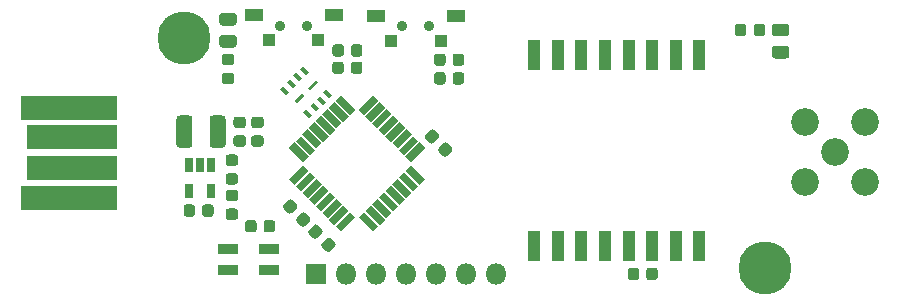
<source format=gbr>
%TF.GenerationSoftware,KiCad,Pcbnew,(5.1.6)-1*%
%TF.CreationDate,2020-12-01T11:19:40+01:00*%
%TF.ProjectId,LoRa_Dongle,4c6f5261-5f44-46f6-9e67-6c652e6b6963,rev?*%
%TF.SameCoordinates,Original*%
%TF.FileFunction,Soldermask,Top*%
%TF.FilePolarity,Negative*%
%FSLAX46Y46*%
G04 Gerber Fmt 4.6, Leading zero omitted, Abs format (unit mm)*
G04 Created by KiCad (PCBNEW (5.1.6)-1) date 2020-12-01 11:19:40*
%MOMM*%
%LPD*%
G01*
G04 APERTURE LIST*
%ADD10C,0.100000*%
%ADD11C,4.500000*%
%ADD12C,0.800000*%
%ADD13R,1.700000X0.950000*%
%ADD14R,8.100000X2.000000*%
%ADD15R,7.600000X2.100000*%
%ADD16C,2.350000*%
%ADD17C,0.900000*%
%ADD18R,1.550000X1.100000*%
%ADD19R,1.000000X1.100000*%
%ADD20R,1.100000X2.600000*%
%ADD21R,0.750000X1.160000*%
%ADD22R,1.800000X1.800000*%
%ADD23O,1.800000X1.800000*%
G04 APERTURE END LIST*
D10*
%TO.C,U2*%
G36*
X45619055Y57633438D02*
G01*
X44416974Y56431357D01*
X43957355Y56890976D01*
X45159436Y58093057D01*
X45619055Y57633438D01*
G37*
G36*
X45053370Y58199124D02*
G01*
X43851289Y56997043D01*
X43391670Y57456662D01*
X44593751Y58658743D01*
X45053370Y58199124D01*
G37*
G36*
X44487684Y58764809D02*
G01*
X43285603Y57562728D01*
X42825984Y58022347D01*
X44028065Y59224428D01*
X44487684Y58764809D01*
G37*
G36*
X43921999Y59330495D02*
G01*
X42719918Y58128414D01*
X42260299Y58588033D01*
X43462380Y59790114D01*
X43921999Y59330495D01*
G37*
G36*
X43356314Y59896180D02*
G01*
X42154233Y58694099D01*
X41694614Y59153718D01*
X42896695Y60355799D01*
X43356314Y59896180D01*
G37*
G36*
X42790628Y60461865D02*
G01*
X41588547Y59259784D01*
X41128928Y59719403D01*
X42331009Y60921484D01*
X42790628Y60461865D01*
G37*
G36*
X42224943Y61027551D02*
G01*
X41022862Y59825470D01*
X40563243Y60285089D01*
X41765324Y61487170D01*
X42224943Y61027551D01*
G37*
G36*
X41659257Y61593236D02*
G01*
X40457176Y60391155D01*
X39997557Y60850774D01*
X41199638Y62052855D01*
X41659257Y61593236D01*
G37*
G36*
X35747845Y55681824D02*
G01*
X34545764Y54479743D01*
X34086145Y54939362D01*
X35288226Y56141443D01*
X35747845Y55681824D01*
G37*
G36*
X36313530Y55116138D02*
G01*
X35111449Y53914057D01*
X34651830Y54373676D01*
X35853911Y55575757D01*
X36313530Y55116138D01*
G37*
G36*
X36879216Y54550453D02*
G01*
X35677135Y53348372D01*
X35217516Y53807991D01*
X36419597Y55010072D01*
X36879216Y54550453D01*
G37*
G36*
X37444901Y53984767D02*
G01*
X36242820Y52782686D01*
X35783201Y53242305D01*
X36985282Y54444386D01*
X37444901Y53984767D01*
G37*
G36*
X38010586Y53419082D02*
G01*
X36808505Y52217001D01*
X36348886Y52676620D01*
X37550967Y53878701D01*
X38010586Y53419082D01*
G37*
G36*
X38576272Y52853397D02*
G01*
X37374191Y51651316D01*
X36914572Y52110935D01*
X38116653Y53313016D01*
X38576272Y52853397D01*
G37*
G36*
X39141957Y52287711D02*
G01*
X37939876Y51085630D01*
X37480257Y51545249D01*
X38682338Y52747330D01*
X39141957Y52287711D01*
G37*
G36*
X39707643Y51722026D02*
G01*
X38505562Y50519945D01*
X38045943Y50979564D01*
X39248024Y52181645D01*
X39707643Y51722026D01*
G37*
G36*
X41659257Y50979564D02*
G01*
X41199638Y50519945D01*
X39997557Y51722026D01*
X40457176Y52181645D01*
X41659257Y50979564D01*
G37*
G36*
X42224943Y51545249D02*
G01*
X41765324Y51085630D01*
X40563243Y52287711D01*
X41022862Y52747330D01*
X42224943Y51545249D01*
G37*
G36*
X42790628Y52110935D02*
G01*
X42331009Y51651316D01*
X41128928Y52853397D01*
X41588547Y53313016D01*
X42790628Y52110935D01*
G37*
G36*
X43356314Y52676620D02*
G01*
X42896695Y52217001D01*
X41694614Y53419082D01*
X42154233Y53878701D01*
X43356314Y52676620D01*
G37*
G36*
X43921999Y53242305D02*
G01*
X43462380Y52782686D01*
X42260299Y53984767D01*
X42719918Y54444386D01*
X43921999Y53242305D01*
G37*
G36*
X44487684Y53807991D02*
G01*
X44028065Y53348372D01*
X42825984Y54550453D01*
X43285603Y55010072D01*
X44487684Y53807991D01*
G37*
G36*
X45053370Y54373676D02*
G01*
X44593751Y53914057D01*
X43391670Y55116138D01*
X43851289Y55575757D01*
X45053370Y54373676D01*
G37*
G36*
X45619055Y54939362D02*
G01*
X45159436Y54479743D01*
X43957355Y55681824D01*
X44416974Y56141443D01*
X45619055Y54939362D01*
G37*
G36*
X39707643Y60850774D02*
G01*
X39248024Y60391155D01*
X38045943Y61593236D01*
X38505562Y62052855D01*
X39707643Y60850774D01*
G37*
G36*
X39141957Y60285089D02*
G01*
X38682338Y59825470D01*
X37480257Y61027551D01*
X37939876Y61487170D01*
X39141957Y60285089D01*
G37*
G36*
X38576272Y59719403D02*
G01*
X38116653Y59259784D01*
X36914572Y60461865D01*
X37374191Y60921484D01*
X38576272Y59719403D01*
G37*
G36*
X38010586Y59153718D02*
G01*
X37550967Y58694099D01*
X36348886Y59896180D01*
X36808505Y60355799D01*
X38010586Y59153718D01*
G37*
G36*
X37444901Y58588033D02*
G01*
X36985282Y58128414D01*
X35783201Y59330495D01*
X36242820Y59790114D01*
X37444901Y58588033D01*
G37*
G36*
X36879216Y58022347D02*
G01*
X36419597Y57562728D01*
X35217516Y58764809D01*
X35677135Y59224428D01*
X36879216Y58022347D01*
G37*
G36*
X36313530Y57456662D02*
G01*
X35853911Y56997043D01*
X34651830Y58199124D01*
X35111449Y58658743D01*
X36313530Y57456662D01*
G37*
G36*
X35747845Y56890976D02*
G01*
X35288226Y56431357D01*
X34086145Y57633438D01*
X34545764Y58093057D01*
X35747845Y56890976D01*
G37*
%TD*%
D11*
%TO.C,REF\u002A\u002A*%
X74396600Y47421800D03*
D12*
X76046600Y47421800D03*
X75563326Y46255074D03*
X74396600Y45771800D03*
X73229874Y46255074D03*
X72746600Y47421800D03*
X73229874Y48588526D03*
X74396600Y49071800D03*
X75563326Y48588526D03*
%TD*%
%TO.C,REF\u002A\u002A*%
X26338126Y68121126D03*
X25171400Y68604400D03*
X24004674Y68121126D03*
X23521400Y66954400D03*
X24004674Y65787674D03*
X25171400Y65304400D03*
X26338126Y65787674D03*
X26821400Y66954400D03*
D11*
X25171400Y66954400D03*
%TD*%
%TO.C,C1*%
G36*
G01*
X37764800Y65580950D02*
X37764800Y66143450D01*
G75*
G02*
X38008550Y66387200I243750J0D01*
G01*
X38496050Y66387200D01*
G75*
G02*
X38739800Y66143450I0J-243750D01*
G01*
X38739800Y65580950D01*
G75*
G02*
X38496050Y65337200I-243750J0D01*
G01*
X38008550Y65337200D01*
G75*
G02*
X37764800Y65580950I0J243750D01*
G01*
G37*
G36*
G01*
X39339800Y65580950D02*
X39339800Y66143450D01*
G75*
G02*
X39583550Y66387200I243750J0D01*
G01*
X40071050Y66387200D01*
G75*
G02*
X40314800Y66143450I0J-243750D01*
G01*
X40314800Y65580950D01*
G75*
G02*
X40071050Y65337200I-243750J0D01*
G01*
X39583550Y65337200D01*
G75*
G02*
X39339800Y65580950I0J243750D01*
G01*
G37*
%TD*%
%TO.C,C2*%
G36*
G01*
X47950400Y63218750D02*
X47950400Y63781250D01*
G75*
G02*
X48194150Y64025000I243750J0D01*
G01*
X48681650Y64025000D01*
G75*
G02*
X48925400Y63781250I0J-243750D01*
G01*
X48925400Y63218750D01*
G75*
G02*
X48681650Y62975000I-243750J0D01*
G01*
X48194150Y62975000D01*
G75*
G02*
X47950400Y63218750I0J243750D01*
G01*
G37*
G36*
G01*
X46375400Y63218750D02*
X46375400Y63781250D01*
G75*
G02*
X46619150Y64025000I243750J0D01*
G01*
X47106650Y64025000D01*
G75*
G02*
X47350400Y63781250I0J-243750D01*
G01*
X47350400Y63218750D01*
G75*
G02*
X47106650Y62975000I-243750J0D01*
G01*
X46619150Y62975000D01*
G75*
G02*
X46375400Y63218750I0J243750D01*
G01*
G37*
%TD*%
%TO.C,C3*%
G36*
G01*
X45660965Y58716288D02*
X46058713Y59114035D01*
G75*
G02*
X46403427Y59114035I172357J-172357D01*
G01*
X46748141Y58769321D01*
G75*
G02*
X46748141Y58424607I-172357J-172357D01*
G01*
X46350393Y58026859D01*
G75*
G02*
X46005679Y58026859I-172357J172357D01*
G01*
X45660965Y58371573D01*
G75*
G02*
X45660965Y58716287I172357J172357D01*
G01*
G37*
G36*
G01*
X46774659Y57602594D02*
X47172407Y58000341D01*
G75*
G02*
X47517121Y58000341I172357J-172357D01*
G01*
X47861835Y57655627D01*
G75*
G02*
X47861835Y57310913I-172357J-172357D01*
G01*
X47464087Y56913165D01*
G75*
G02*
X47119373Y56913165I-172357J172357D01*
G01*
X46774659Y57257879D01*
G75*
G02*
X46774659Y57602593I172357J172357D01*
G01*
G37*
%TD*%
%TO.C,C4*%
G36*
G01*
X36894059Y49550794D02*
X37291807Y49948541D01*
G75*
G02*
X37636521Y49948541I172357J-172357D01*
G01*
X37981235Y49603827D01*
G75*
G02*
X37981235Y49259113I-172357J-172357D01*
G01*
X37583487Y48861365D01*
G75*
G02*
X37238773Y48861365I-172357J172357D01*
G01*
X36894059Y49206079D01*
G75*
G02*
X36894059Y49550793I172357J172357D01*
G01*
G37*
G36*
G01*
X35780365Y50664488D02*
X36178113Y51062235D01*
G75*
G02*
X36522827Y51062235I172357J-172357D01*
G01*
X36867541Y50717521D01*
G75*
G02*
X36867541Y50372807I-172357J-172357D01*
G01*
X36469793Y49975059D01*
G75*
G02*
X36125079Y49975059I-172357J172357D01*
G01*
X35780365Y50319773D01*
G75*
G02*
X35780365Y50664487I172357J172357D01*
G01*
G37*
%TD*%
%TO.C,C5*%
G36*
G01*
X34733941Y52506406D02*
X34336193Y52108659D01*
G75*
G02*
X33991479Y52108659I-172357J172357D01*
G01*
X33646765Y52453373D01*
G75*
G02*
X33646765Y52798087I172357J172357D01*
G01*
X34044513Y53195835D01*
G75*
G02*
X34389227Y53195835I172357J-172357D01*
G01*
X34733941Y52851121D01*
G75*
G02*
X34733941Y52506407I-172357J-172357D01*
G01*
G37*
G36*
G01*
X35847635Y51392712D02*
X35449887Y50994965D01*
G75*
G02*
X35105173Y50994965I-172357J172357D01*
G01*
X34760459Y51339679D01*
G75*
G02*
X34760459Y51684393I172357J172357D01*
G01*
X35158207Y52082141D01*
G75*
G02*
X35502921Y52082141I172357J-172357D01*
G01*
X35847635Y51737427D01*
G75*
G02*
X35847635Y51392713I-172357J-172357D01*
G01*
G37*
%TD*%
%TO.C,C6*%
G36*
G01*
X25166400Y52017350D02*
X25166400Y52579850D01*
G75*
G02*
X25410150Y52823600I243750J0D01*
G01*
X25897650Y52823600D01*
G75*
G02*
X26141400Y52579850I0J-243750D01*
G01*
X26141400Y52017350D01*
G75*
G02*
X25897650Y51773600I-243750J0D01*
G01*
X25410150Y51773600D01*
G75*
G02*
X25166400Y52017350I0J243750D01*
G01*
G37*
G36*
G01*
X26741400Y52017350D02*
X26741400Y52579850D01*
G75*
G02*
X26985150Y52823600I243750J0D01*
G01*
X27472650Y52823600D01*
G75*
G02*
X27716400Y52579850I0J-243750D01*
G01*
X27716400Y52017350D01*
G75*
G02*
X27472650Y51773600I-243750J0D01*
G01*
X26985150Y51773600D01*
G75*
G02*
X26741400Y52017350I0J243750D01*
G01*
G37*
%TD*%
%TO.C,C9*%
G36*
G01*
X30202450Y57703800D02*
X29639950Y57703800D01*
G75*
G02*
X29396200Y57947550I0J243750D01*
G01*
X29396200Y58435050D01*
G75*
G02*
X29639950Y58678800I243750J0D01*
G01*
X30202450Y58678800D01*
G75*
G02*
X30446200Y58435050I0J-243750D01*
G01*
X30446200Y57947550D01*
G75*
G02*
X30202450Y57703800I-243750J0D01*
G01*
G37*
G36*
G01*
X30202450Y59278800D02*
X29639950Y59278800D01*
G75*
G02*
X29396200Y59522550I0J243750D01*
G01*
X29396200Y60010050D01*
G75*
G02*
X29639950Y60253800I243750J0D01*
G01*
X30202450Y60253800D01*
G75*
G02*
X30446200Y60010050I0J-243750D01*
G01*
X30446200Y59522550D01*
G75*
G02*
X30202450Y59278800I-243750J0D01*
G01*
G37*
%TD*%
%TO.C,C10*%
G36*
G01*
X31701050Y59278800D02*
X31138550Y59278800D01*
G75*
G02*
X30894800Y59522550I0J243750D01*
G01*
X30894800Y60010050D01*
G75*
G02*
X31138550Y60253800I243750J0D01*
G01*
X31701050Y60253800D01*
G75*
G02*
X31944800Y60010050I0J-243750D01*
G01*
X31944800Y59522550D01*
G75*
G02*
X31701050Y59278800I-243750J0D01*
G01*
G37*
G36*
G01*
X31701050Y57703800D02*
X31138550Y57703800D01*
G75*
G02*
X30894800Y57947550I0J243750D01*
G01*
X30894800Y58435050D01*
G75*
G02*
X31138550Y58678800I243750J0D01*
G01*
X31701050Y58678800D01*
G75*
G02*
X31944800Y58435050I0J-243750D01*
G01*
X31944800Y57947550D01*
G75*
G02*
X31701050Y57703800I-243750J0D01*
G01*
G37*
%TD*%
D13*
%TO.C,D1*%
X28933200Y49008000D03*
X28933200Y47258000D03*
X32433200Y49008000D03*
X32433200Y47258000D03*
%TD*%
%TO.C,D2*%
G36*
G01*
X28449350Y69039000D02*
X29411850Y69039000D01*
G75*
G02*
X29680600Y68770250I0J-268750D01*
G01*
X29680600Y68232750D01*
G75*
G02*
X29411850Y67964000I-268750J0D01*
G01*
X28449350Y67964000D01*
G75*
G02*
X28180600Y68232750I0J268750D01*
G01*
X28180600Y68770250D01*
G75*
G02*
X28449350Y69039000I268750J0D01*
G01*
G37*
G36*
G01*
X28449350Y67164000D02*
X29411850Y67164000D01*
G75*
G02*
X29680600Y66895250I0J-268750D01*
G01*
X29680600Y66357750D01*
G75*
G02*
X29411850Y66089000I-268750J0D01*
G01*
X28449350Y66089000D01*
G75*
G02*
X28180600Y66357750I0J268750D01*
G01*
X28180600Y66895250D01*
G75*
G02*
X28449350Y67164000I268750J0D01*
G01*
G37*
%TD*%
%TO.C,D3*%
G36*
G01*
X76198650Y67049600D02*
X75236150Y67049600D01*
G75*
G02*
X74967400Y67318350I0J268750D01*
G01*
X74967400Y67855850D01*
G75*
G02*
X75236150Y68124600I268750J0D01*
G01*
X76198650Y68124600D01*
G75*
G02*
X76467400Y67855850I0J-268750D01*
G01*
X76467400Y67318350D01*
G75*
G02*
X76198650Y67049600I-268750J0D01*
G01*
G37*
G36*
G01*
X76198650Y65174600D02*
X75236150Y65174600D01*
G75*
G02*
X74967400Y65443350I0J268750D01*
G01*
X74967400Y65980850D01*
G75*
G02*
X75236150Y66249600I268750J0D01*
G01*
X76198650Y66249600D01*
G75*
G02*
X76467400Y65980850I0J-268750D01*
G01*
X76467400Y65443350D01*
G75*
G02*
X76198650Y65174600I-268750J0D01*
G01*
G37*
%TD*%
D14*
%TO.C,J2*%
X15491800Y53390800D03*
X15491800Y61010800D03*
D15*
X15741800Y58500800D03*
X15741800Y55900800D03*
%TD*%
D16*
%TO.C,J3*%
X80289400Y57251600D03*
X77749400Y54711600D03*
X82829400Y54711600D03*
X82829400Y59791600D03*
X77749400Y59791600D03*
%TD*%
%TO.C,L2*%
G36*
G01*
X24569600Y57873800D02*
X24569600Y60083800D01*
G75*
G02*
X24839600Y60353800I270000J0D01*
G01*
X25649600Y60353800D01*
G75*
G02*
X25919600Y60083800I0J-270000D01*
G01*
X25919600Y57873800D01*
G75*
G02*
X25649600Y57603800I-270000J0D01*
G01*
X24839600Y57603800D01*
G75*
G02*
X24569600Y57873800I0J270000D01*
G01*
G37*
G36*
G01*
X27369600Y57873800D02*
X27369600Y60083800D01*
G75*
G02*
X27639600Y60353800I270000J0D01*
G01*
X28449600Y60353800D01*
G75*
G02*
X28719600Y60083800I0J-270000D01*
G01*
X28719600Y57873800D01*
G75*
G02*
X28449600Y57603800I-270000J0D01*
G01*
X27639600Y57603800D01*
G75*
G02*
X27369600Y57873800I0J270000D01*
G01*
G37*
%TD*%
%TO.C,R1*%
G36*
G01*
X38739800Y64670250D02*
X38739800Y64107750D01*
G75*
G02*
X38496050Y63864000I-243750J0D01*
G01*
X38008550Y63864000D01*
G75*
G02*
X37764800Y64107750I0J243750D01*
G01*
X37764800Y64670250D01*
G75*
G02*
X38008550Y64914000I243750J0D01*
G01*
X38496050Y64914000D01*
G75*
G02*
X38739800Y64670250I0J-243750D01*
G01*
G37*
G36*
G01*
X40314800Y64670250D02*
X40314800Y64107750D01*
G75*
G02*
X40071050Y63864000I-243750J0D01*
G01*
X39583550Y63864000D01*
G75*
G02*
X39339800Y64107750I0J243750D01*
G01*
X39339800Y64670250D01*
G75*
G02*
X39583550Y64914000I243750J0D01*
G01*
X40071050Y64914000D01*
G75*
G02*
X40314800Y64670250I0J-243750D01*
G01*
G37*
%TD*%
%TO.C,R2*%
G36*
G01*
X47350400Y65356050D02*
X47350400Y64793550D01*
G75*
G02*
X47106650Y64549800I-243750J0D01*
G01*
X46619150Y64549800D01*
G75*
G02*
X46375400Y64793550I0J243750D01*
G01*
X46375400Y65356050D01*
G75*
G02*
X46619150Y65599800I243750J0D01*
G01*
X47106650Y65599800D01*
G75*
G02*
X47350400Y65356050I0J-243750D01*
G01*
G37*
G36*
G01*
X48925400Y65356050D02*
X48925400Y64793550D01*
G75*
G02*
X48681650Y64549800I-243750J0D01*
G01*
X48194150Y64549800D01*
G75*
G02*
X47950400Y64793550I0J243750D01*
G01*
X47950400Y65356050D01*
G75*
G02*
X48194150Y65599800I243750J0D01*
G01*
X48681650Y65599800D01*
G75*
G02*
X48925400Y65356050I0J-243750D01*
G01*
G37*
%TD*%
%TO.C,R3*%
G36*
G01*
X32923400Y51259050D02*
X32923400Y50696550D01*
G75*
G02*
X32679650Y50452800I-243750J0D01*
G01*
X32192150Y50452800D01*
G75*
G02*
X31948400Y50696550I0J243750D01*
G01*
X31948400Y51259050D01*
G75*
G02*
X32192150Y51502800I243750J0D01*
G01*
X32679650Y51502800D01*
G75*
G02*
X32923400Y51259050I0J-243750D01*
G01*
G37*
G36*
G01*
X31348400Y51259050D02*
X31348400Y50696550D01*
G75*
G02*
X31104650Y50452800I-243750J0D01*
G01*
X30617150Y50452800D01*
G75*
G02*
X30373400Y50696550I0J243750D01*
G01*
X30373400Y51259050D01*
G75*
G02*
X30617150Y51502800I243750J0D01*
G01*
X31104650Y51502800D01*
G75*
G02*
X31348400Y51259050I0J-243750D01*
G01*
G37*
%TD*%
%TO.C,R4*%
G36*
G01*
X29211850Y64587400D02*
X28649350Y64587400D01*
G75*
G02*
X28405600Y64831150I0J243750D01*
G01*
X28405600Y65318650D01*
G75*
G02*
X28649350Y65562400I243750J0D01*
G01*
X29211850Y65562400D01*
G75*
G02*
X29455600Y65318650I0J-243750D01*
G01*
X29455600Y64831150D01*
G75*
G02*
X29211850Y64587400I-243750J0D01*
G01*
G37*
G36*
G01*
X29211850Y63012400D02*
X28649350Y63012400D01*
G75*
G02*
X28405600Y63256150I0J243750D01*
G01*
X28405600Y63743650D01*
G75*
G02*
X28649350Y63987400I243750J0D01*
G01*
X29211850Y63987400D01*
G75*
G02*
X29455600Y63743650I0J-243750D01*
G01*
X29455600Y63256150D01*
G75*
G02*
X29211850Y63012400I-243750J0D01*
G01*
G37*
%TD*%
%TO.C,R5*%
G36*
G01*
X71851600Y67308150D02*
X71851600Y67870650D01*
G75*
G02*
X72095350Y68114400I243750J0D01*
G01*
X72582850Y68114400D01*
G75*
G02*
X72826600Y67870650I0J-243750D01*
G01*
X72826600Y67308150D01*
G75*
G02*
X72582850Y67064400I-243750J0D01*
G01*
X72095350Y67064400D01*
G75*
G02*
X71851600Y67308150I0J243750D01*
G01*
G37*
G36*
G01*
X73426600Y67308150D02*
X73426600Y67870650D01*
G75*
G02*
X73670350Y68114400I243750J0D01*
G01*
X74157850Y68114400D01*
G75*
G02*
X74401600Y67870650I0J-243750D01*
G01*
X74401600Y67308150D01*
G75*
G02*
X74157850Y67064400I-243750J0D01*
G01*
X73670350Y67064400D01*
G75*
G02*
X73426600Y67308150I0J243750D01*
G01*
G37*
%TD*%
%TO.C,R6*%
G36*
G01*
X62758400Y46657950D02*
X62758400Y47220450D01*
G75*
G02*
X63002150Y47464200I243750J0D01*
G01*
X63489650Y47464200D01*
G75*
G02*
X63733400Y47220450I0J-243750D01*
G01*
X63733400Y46657950D01*
G75*
G02*
X63489650Y46414200I-243750J0D01*
G01*
X63002150Y46414200D01*
G75*
G02*
X62758400Y46657950I0J243750D01*
G01*
G37*
G36*
G01*
X64333400Y46657950D02*
X64333400Y47220450D01*
G75*
G02*
X64577150Y47464200I243750J0D01*
G01*
X65064650Y47464200D01*
G75*
G02*
X65308400Y47220450I0J-243750D01*
G01*
X65308400Y46657950D01*
G75*
G02*
X65064650Y46414200I-243750J0D01*
G01*
X64577150Y46414200D01*
G75*
G02*
X64333400Y46657950I0J243750D01*
G01*
G37*
%TD*%
%TO.C,R7*%
G36*
G01*
X28979550Y55478400D02*
X29542050Y55478400D01*
G75*
G02*
X29785800Y55234650I0J-243750D01*
G01*
X29785800Y54747150D01*
G75*
G02*
X29542050Y54503400I-243750J0D01*
G01*
X28979550Y54503400D01*
G75*
G02*
X28735800Y54747150I0J243750D01*
G01*
X28735800Y55234650D01*
G75*
G02*
X28979550Y55478400I243750J0D01*
G01*
G37*
G36*
G01*
X28979550Y57053400D02*
X29542050Y57053400D01*
G75*
G02*
X29785800Y56809650I0J-243750D01*
G01*
X29785800Y56322150D01*
G75*
G02*
X29542050Y56078400I-243750J0D01*
G01*
X28979550Y56078400D01*
G75*
G02*
X28735800Y56322150I0J243750D01*
G01*
X28735800Y56809650D01*
G75*
G02*
X28979550Y57053400I243750J0D01*
G01*
G37*
%TD*%
%TO.C,R8*%
G36*
G01*
X28979550Y54056200D02*
X29542050Y54056200D01*
G75*
G02*
X29785800Y53812450I0J-243750D01*
G01*
X29785800Y53324950D01*
G75*
G02*
X29542050Y53081200I-243750J0D01*
G01*
X28979550Y53081200D01*
G75*
G02*
X28735800Y53324950I0J243750D01*
G01*
X28735800Y53812450D01*
G75*
G02*
X28979550Y54056200I243750J0D01*
G01*
G37*
G36*
G01*
X28979550Y52481200D02*
X29542050Y52481200D01*
G75*
G02*
X29785800Y52237450I0J-243750D01*
G01*
X29785800Y51749950D01*
G75*
G02*
X29542050Y51506200I-243750J0D01*
G01*
X28979550Y51506200D01*
G75*
G02*
X28735800Y51749950I0J243750D01*
G01*
X28735800Y52237450D01*
G75*
G02*
X28979550Y52481200I243750J0D01*
G01*
G37*
%TD*%
D17*
%TO.C,SW1*%
X33343200Y67951200D03*
X35643200Y67951200D03*
D18*
X37893200Y68851200D03*
X31093200Y68851200D03*
D19*
X32393200Y66751200D03*
X36593200Y66751200D03*
%TD*%
%TO.C,SW2*%
X46931000Y66700400D03*
X42731000Y66700400D03*
D18*
X41431000Y68800400D03*
X48231000Y68800400D03*
D17*
X45981000Y67900400D03*
X43681000Y67900400D03*
%TD*%
D10*
%TO.C,U1*%
G36*
X36060650Y60382776D02*
G01*
X35813163Y60135289D01*
X35318188Y60630264D01*
X35565675Y60877751D01*
X36060650Y60382776D01*
G37*
G36*
X34080751Y62362675D02*
G01*
X33833264Y62115188D01*
X33338289Y62610163D01*
X33585776Y62857650D01*
X34080751Y62362675D01*
G37*
G36*
X36626336Y60948462D02*
G01*
X36378849Y60700975D01*
X35883874Y61195950D01*
X36131361Y61443437D01*
X36626336Y60948462D01*
G37*
G36*
X37192021Y61514147D02*
G01*
X36944534Y61266660D01*
X36449559Y61761635D01*
X36697046Y62009122D01*
X37192021Y61514147D01*
G37*
G36*
X37757707Y62079833D02*
G01*
X37510220Y61832346D01*
X37015245Y62327321D01*
X37262732Y62574808D01*
X37757707Y62079833D01*
G37*
G36*
X34646437Y62928361D02*
G01*
X34398950Y62680874D01*
X33903975Y63175849D01*
X34151462Y63423336D01*
X34646437Y62928361D01*
G37*
G36*
X35212122Y63494046D02*
G01*
X34964635Y63246559D01*
X34469660Y63741534D01*
X34717147Y63989021D01*
X35212122Y63494046D01*
G37*
G36*
X35777808Y64059732D02*
G01*
X35530321Y63812245D01*
X35035346Y64307220D01*
X35282833Y64554707D01*
X35777808Y64059732D01*
G37*
G36*
X36552090Y63136958D02*
G01*
X35915694Y62500562D01*
X35703562Y62712694D01*
X36339958Y63349090D01*
X36552090Y63136958D01*
G37*
G36*
X35438538Y62023406D02*
G01*
X34802142Y61387010D01*
X34590010Y61599142D01*
X35226406Y62235538D01*
X35438538Y62023406D01*
G37*
%TD*%
D20*
%TO.C,U3*%
X54849000Y49304000D03*
X56849000Y49304000D03*
X58849000Y49304000D03*
X60849000Y49304000D03*
X62849000Y49304000D03*
X64849000Y49304000D03*
X66849000Y49304000D03*
X68849000Y49304000D03*
X68849000Y65504000D03*
X66849000Y65504000D03*
X64849000Y65504000D03*
X62849000Y65504000D03*
X60849000Y65504000D03*
X58849000Y65504000D03*
X56849000Y65504000D03*
X54849000Y65504000D03*
%TD*%
D21*
%TO.C,U4*%
X27518400Y56192600D03*
X26568400Y56192600D03*
X25618400Y56192600D03*
X25618400Y53992600D03*
X27518400Y53992600D03*
%TD*%
D22*
%TO.C,J1*%
X36398200Y46964600D03*
D23*
X38938200Y46964600D03*
X41478200Y46964600D03*
X44018200Y46964600D03*
X46558200Y46964600D03*
X49098200Y46964600D03*
X51638200Y46964600D03*
%TD*%
M02*

</source>
